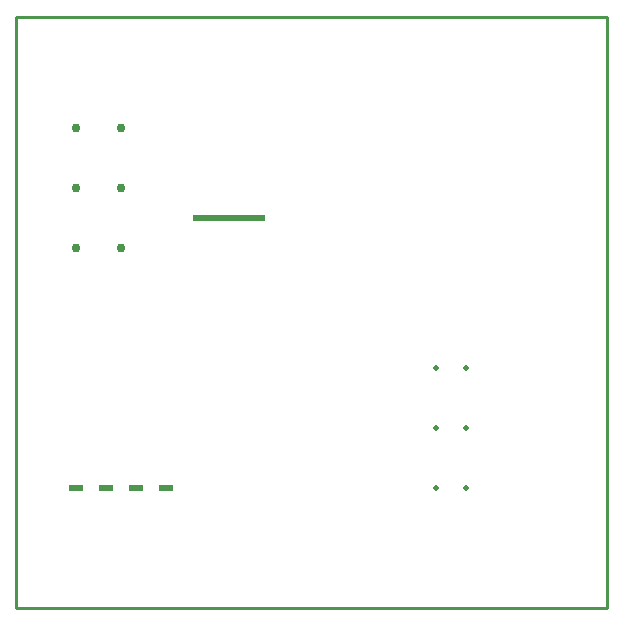
<source format=gtl>
G04 ADPS-100 Control Board - Top Copper*
%FSLAX46Y46*%
%MOIN*%
%ADD10C,0.0100*%
%ADD11R,0.0197X0.0197*%
%ADD12C,0.0300*%
%ADD13C,0.0200*%
%ADD14R,0.0500X0.0200*%

G04 Board Outline 50mm x 50mm*
D10*
X0Y0D02*
X1970000Y0D01*
X1970000Y1970000D01*
X0Y1970000D01*
X0Y0D01*

G04 STM32F103C8T6 LQFP-48 Pads*
D11*
G04 Top side pins*
X600000Y1300000D03*
X620000Y1300000D03*
X640000Y1300000D03*
X660000Y1300000D03*
X680000Y1300000D03*
X700000Y1300000D03*
X720000Y1300000D03*
X740000Y1300000D03*
X760000Y1300000D03*
X780000Y1300000D03*
X800000Y1300000D03*
X820000Y1300000D03*

G04 Varactor Diode Pads BB833*
D13*
X1400000Y800000D03*
X1400000Y600000D03*
X1400000Y400000D03*
X1500000Y800000D03*
X1500000Y600000D03*
X1500000Y400000D03*

G04 LED Pads*
D12*
X200000Y1600000D03*
X200000Y1400000D03*
X200000Y1200000D03*
X350000Y1600000D03*
X350000Y1400000D03*
X350000Y1200000D03*

G04 OLED Header*
D14*
X200000Y400000D03*
X300000Y400000D03*
X400000Y400000D03*
X500000Y400000D03*

M02*

</source>
